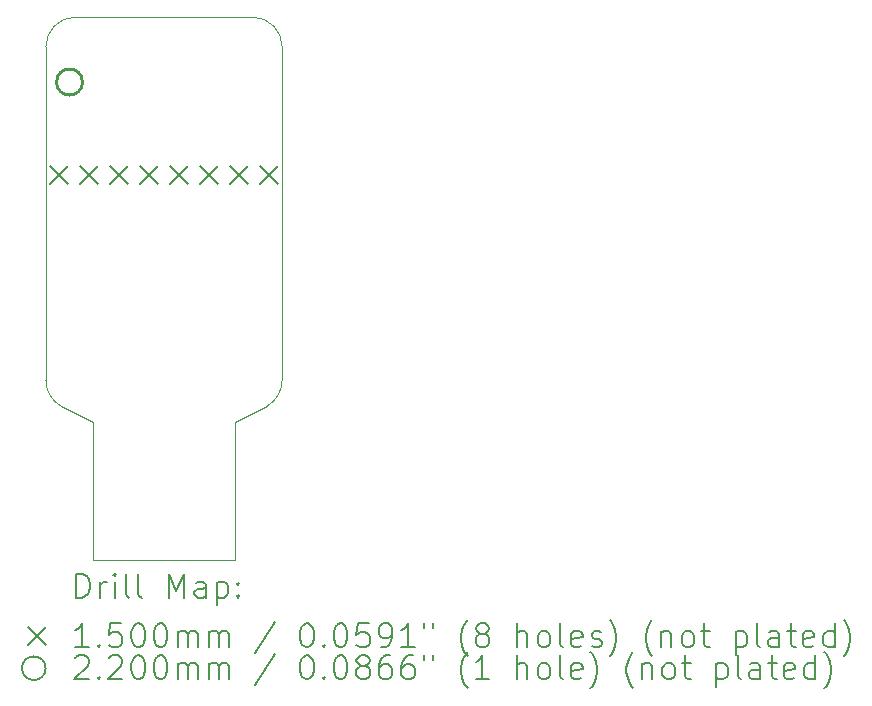
<source format=gbr>
%TF.GenerationSoftware,KiCad,Pcbnew,9.0.2+1*%
%TF.CreationDate,2025-08-04T10:31:02+02:00*%
%TF.ProjectId,ts13_dev_kit,74733133-5f64-4657-965f-6b69742e6b69,rev?*%
%TF.SameCoordinates,Original*%
%TF.FileFunction,Drillmap*%
%TF.FilePolarity,Positive*%
%FSLAX45Y45*%
G04 Gerber Fmt 4.5, Leading zero omitted, Abs format (unit mm)*
G04 Created by KiCad (PCBNEW 9.0.2+1) date 2025-08-04 10:31:02*
%MOMM*%
%LPD*%
G01*
G04 APERTURE LIST*
%ADD10C,0.050000*%
%ADD11C,0.200000*%
%ADD12C,0.150000*%
%ADD13C,0.220000*%
G04 APERTURE END LIST*
D10*
X13750000Y-5000000D02*
X12250000Y-5000000D01*
X13875000Y-8291506D02*
X13600000Y-8425000D01*
X13600000Y-9600000D02*
X13600000Y-8425000D01*
X12400000Y-8425000D02*
X12400000Y-9600000D01*
X12000000Y-5250000D02*
G75*
G02*
X12250000Y-5000000I250000J0D01*
G01*
X12125000Y-8291506D02*
G75*
G02*
X12000000Y-8075000I125000J216506D01*
G01*
X14000000Y-8075000D02*
G75*
G02*
X13875000Y-8291506I-250000J0D01*
G01*
X13750000Y-5000000D02*
G75*
G02*
X14000000Y-5250000I0J-250000D01*
G01*
X12000000Y-5250000D02*
X12000000Y-8075000D01*
X12400000Y-9600000D02*
X13600000Y-9600000D01*
X14000000Y-8075000D02*
X14000000Y-5250000D01*
X12125000Y-8291506D02*
X12400000Y-8425000D01*
D11*
D12*
X12034000Y-6260000D02*
X12184000Y-6410000D01*
X12184000Y-6260000D02*
X12034000Y-6410000D01*
X12288000Y-6260000D02*
X12438000Y-6410000D01*
X12438000Y-6260000D02*
X12288000Y-6410000D01*
X12542000Y-6260000D02*
X12692000Y-6410000D01*
X12692000Y-6260000D02*
X12542000Y-6410000D01*
X12796000Y-6260000D02*
X12946000Y-6410000D01*
X12946000Y-6260000D02*
X12796000Y-6410000D01*
X13050000Y-6260000D02*
X13200000Y-6410000D01*
X13200000Y-6260000D02*
X13050000Y-6410000D01*
X13304000Y-6260000D02*
X13454000Y-6410000D01*
X13454000Y-6260000D02*
X13304000Y-6410000D01*
X13558000Y-6260000D02*
X13708000Y-6410000D01*
X13708000Y-6260000D02*
X13558000Y-6410000D01*
X13812000Y-6260000D02*
X13962000Y-6410000D01*
X13962000Y-6260000D02*
X13812000Y-6410000D01*
D13*
X12310000Y-5550000D02*
G75*
G02*
X12090000Y-5550000I-110000J0D01*
G01*
X12090000Y-5550000D02*
G75*
G02*
X12310000Y-5550000I110000J0D01*
G01*
D11*
X12258277Y-9913984D02*
X12258277Y-9713984D01*
X12258277Y-9713984D02*
X12305896Y-9713984D01*
X12305896Y-9713984D02*
X12334467Y-9723508D01*
X12334467Y-9723508D02*
X12353515Y-9742555D01*
X12353515Y-9742555D02*
X12363039Y-9761603D01*
X12363039Y-9761603D02*
X12372562Y-9799698D01*
X12372562Y-9799698D02*
X12372562Y-9828270D01*
X12372562Y-9828270D02*
X12363039Y-9866365D01*
X12363039Y-9866365D02*
X12353515Y-9885412D01*
X12353515Y-9885412D02*
X12334467Y-9904460D01*
X12334467Y-9904460D02*
X12305896Y-9913984D01*
X12305896Y-9913984D02*
X12258277Y-9913984D01*
X12458277Y-9913984D02*
X12458277Y-9780650D01*
X12458277Y-9818746D02*
X12467801Y-9799698D01*
X12467801Y-9799698D02*
X12477324Y-9790174D01*
X12477324Y-9790174D02*
X12496372Y-9780650D01*
X12496372Y-9780650D02*
X12515420Y-9780650D01*
X12582086Y-9913984D02*
X12582086Y-9780650D01*
X12582086Y-9713984D02*
X12572562Y-9723508D01*
X12572562Y-9723508D02*
X12582086Y-9733031D01*
X12582086Y-9733031D02*
X12591610Y-9723508D01*
X12591610Y-9723508D02*
X12582086Y-9713984D01*
X12582086Y-9713984D02*
X12582086Y-9733031D01*
X12705896Y-9913984D02*
X12686848Y-9904460D01*
X12686848Y-9904460D02*
X12677324Y-9885412D01*
X12677324Y-9885412D02*
X12677324Y-9713984D01*
X12810658Y-9913984D02*
X12791610Y-9904460D01*
X12791610Y-9904460D02*
X12782086Y-9885412D01*
X12782086Y-9885412D02*
X12782086Y-9713984D01*
X13039229Y-9913984D02*
X13039229Y-9713984D01*
X13039229Y-9713984D02*
X13105896Y-9856841D01*
X13105896Y-9856841D02*
X13172562Y-9713984D01*
X13172562Y-9713984D02*
X13172562Y-9913984D01*
X13353515Y-9913984D02*
X13353515Y-9809222D01*
X13353515Y-9809222D02*
X13343991Y-9790174D01*
X13343991Y-9790174D02*
X13324943Y-9780650D01*
X13324943Y-9780650D02*
X13286848Y-9780650D01*
X13286848Y-9780650D02*
X13267801Y-9790174D01*
X13353515Y-9904460D02*
X13334467Y-9913984D01*
X13334467Y-9913984D02*
X13286848Y-9913984D01*
X13286848Y-9913984D02*
X13267801Y-9904460D01*
X13267801Y-9904460D02*
X13258277Y-9885412D01*
X13258277Y-9885412D02*
X13258277Y-9866365D01*
X13258277Y-9866365D02*
X13267801Y-9847317D01*
X13267801Y-9847317D02*
X13286848Y-9837793D01*
X13286848Y-9837793D02*
X13334467Y-9837793D01*
X13334467Y-9837793D02*
X13353515Y-9828270D01*
X13448753Y-9780650D02*
X13448753Y-9980650D01*
X13448753Y-9790174D02*
X13467801Y-9780650D01*
X13467801Y-9780650D02*
X13505896Y-9780650D01*
X13505896Y-9780650D02*
X13524943Y-9790174D01*
X13524943Y-9790174D02*
X13534467Y-9799698D01*
X13534467Y-9799698D02*
X13543991Y-9818746D01*
X13543991Y-9818746D02*
X13543991Y-9875889D01*
X13543991Y-9875889D02*
X13534467Y-9894936D01*
X13534467Y-9894936D02*
X13524943Y-9904460D01*
X13524943Y-9904460D02*
X13505896Y-9913984D01*
X13505896Y-9913984D02*
X13467801Y-9913984D01*
X13467801Y-9913984D02*
X13448753Y-9904460D01*
X13629705Y-9894936D02*
X13639229Y-9904460D01*
X13639229Y-9904460D02*
X13629705Y-9913984D01*
X13629705Y-9913984D02*
X13620182Y-9904460D01*
X13620182Y-9904460D02*
X13629705Y-9894936D01*
X13629705Y-9894936D02*
X13629705Y-9913984D01*
X13629705Y-9790174D02*
X13639229Y-9799698D01*
X13639229Y-9799698D02*
X13629705Y-9809222D01*
X13629705Y-9809222D02*
X13620182Y-9799698D01*
X13620182Y-9799698D02*
X13629705Y-9790174D01*
X13629705Y-9790174D02*
X13629705Y-9809222D01*
D12*
X11847500Y-10167500D02*
X11997500Y-10317500D01*
X11997500Y-10167500D02*
X11847500Y-10317500D01*
D11*
X12363039Y-10333984D02*
X12248753Y-10333984D01*
X12305896Y-10333984D02*
X12305896Y-10133984D01*
X12305896Y-10133984D02*
X12286848Y-10162555D01*
X12286848Y-10162555D02*
X12267801Y-10181603D01*
X12267801Y-10181603D02*
X12248753Y-10191127D01*
X12448753Y-10314936D02*
X12458277Y-10324460D01*
X12458277Y-10324460D02*
X12448753Y-10333984D01*
X12448753Y-10333984D02*
X12439229Y-10324460D01*
X12439229Y-10324460D02*
X12448753Y-10314936D01*
X12448753Y-10314936D02*
X12448753Y-10333984D01*
X12639229Y-10133984D02*
X12543991Y-10133984D01*
X12543991Y-10133984D02*
X12534467Y-10229222D01*
X12534467Y-10229222D02*
X12543991Y-10219698D01*
X12543991Y-10219698D02*
X12563039Y-10210174D01*
X12563039Y-10210174D02*
X12610658Y-10210174D01*
X12610658Y-10210174D02*
X12629705Y-10219698D01*
X12629705Y-10219698D02*
X12639229Y-10229222D01*
X12639229Y-10229222D02*
X12648753Y-10248270D01*
X12648753Y-10248270D02*
X12648753Y-10295889D01*
X12648753Y-10295889D02*
X12639229Y-10314936D01*
X12639229Y-10314936D02*
X12629705Y-10324460D01*
X12629705Y-10324460D02*
X12610658Y-10333984D01*
X12610658Y-10333984D02*
X12563039Y-10333984D01*
X12563039Y-10333984D02*
X12543991Y-10324460D01*
X12543991Y-10324460D02*
X12534467Y-10314936D01*
X12772562Y-10133984D02*
X12791610Y-10133984D01*
X12791610Y-10133984D02*
X12810658Y-10143508D01*
X12810658Y-10143508D02*
X12820182Y-10153031D01*
X12820182Y-10153031D02*
X12829705Y-10172079D01*
X12829705Y-10172079D02*
X12839229Y-10210174D01*
X12839229Y-10210174D02*
X12839229Y-10257793D01*
X12839229Y-10257793D02*
X12829705Y-10295889D01*
X12829705Y-10295889D02*
X12820182Y-10314936D01*
X12820182Y-10314936D02*
X12810658Y-10324460D01*
X12810658Y-10324460D02*
X12791610Y-10333984D01*
X12791610Y-10333984D02*
X12772562Y-10333984D01*
X12772562Y-10333984D02*
X12753515Y-10324460D01*
X12753515Y-10324460D02*
X12743991Y-10314936D01*
X12743991Y-10314936D02*
X12734467Y-10295889D01*
X12734467Y-10295889D02*
X12724943Y-10257793D01*
X12724943Y-10257793D02*
X12724943Y-10210174D01*
X12724943Y-10210174D02*
X12734467Y-10172079D01*
X12734467Y-10172079D02*
X12743991Y-10153031D01*
X12743991Y-10153031D02*
X12753515Y-10143508D01*
X12753515Y-10143508D02*
X12772562Y-10133984D01*
X12963039Y-10133984D02*
X12982086Y-10133984D01*
X12982086Y-10133984D02*
X13001134Y-10143508D01*
X13001134Y-10143508D02*
X13010658Y-10153031D01*
X13010658Y-10153031D02*
X13020182Y-10172079D01*
X13020182Y-10172079D02*
X13029705Y-10210174D01*
X13029705Y-10210174D02*
X13029705Y-10257793D01*
X13029705Y-10257793D02*
X13020182Y-10295889D01*
X13020182Y-10295889D02*
X13010658Y-10314936D01*
X13010658Y-10314936D02*
X13001134Y-10324460D01*
X13001134Y-10324460D02*
X12982086Y-10333984D01*
X12982086Y-10333984D02*
X12963039Y-10333984D01*
X12963039Y-10333984D02*
X12943991Y-10324460D01*
X12943991Y-10324460D02*
X12934467Y-10314936D01*
X12934467Y-10314936D02*
X12924943Y-10295889D01*
X12924943Y-10295889D02*
X12915420Y-10257793D01*
X12915420Y-10257793D02*
X12915420Y-10210174D01*
X12915420Y-10210174D02*
X12924943Y-10172079D01*
X12924943Y-10172079D02*
X12934467Y-10153031D01*
X12934467Y-10153031D02*
X12943991Y-10143508D01*
X12943991Y-10143508D02*
X12963039Y-10133984D01*
X13115420Y-10333984D02*
X13115420Y-10200650D01*
X13115420Y-10219698D02*
X13124943Y-10210174D01*
X13124943Y-10210174D02*
X13143991Y-10200650D01*
X13143991Y-10200650D02*
X13172563Y-10200650D01*
X13172563Y-10200650D02*
X13191610Y-10210174D01*
X13191610Y-10210174D02*
X13201134Y-10229222D01*
X13201134Y-10229222D02*
X13201134Y-10333984D01*
X13201134Y-10229222D02*
X13210658Y-10210174D01*
X13210658Y-10210174D02*
X13229705Y-10200650D01*
X13229705Y-10200650D02*
X13258277Y-10200650D01*
X13258277Y-10200650D02*
X13277324Y-10210174D01*
X13277324Y-10210174D02*
X13286848Y-10229222D01*
X13286848Y-10229222D02*
X13286848Y-10333984D01*
X13382086Y-10333984D02*
X13382086Y-10200650D01*
X13382086Y-10219698D02*
X13391610Y-10210174D01*
X13391610Y-10210174D02*
X13410658Y-10200650D01*
X13410658Y-10200650D02*
X13439229Y-10200650D01*
X13439229Y-10200650D02*
X13458277Y-10210174D01*
X13458277Y-10210174D02*
X13467801Y-10229222D01*
X13467801Y-10229222D02*
X13467801Y-10333984D01*
X13467801Y-10229222D02*
X13477324Y-10210174D01*
X13477324Y-10210174D02*
X13496372Y-10200650D01*
X13496372Y-10200650D02*
X13524943Y-10200650D01*
X13524943Y-10200650D02*
X13543991Y-10210174D01*
X13543991Y-10210174D02*
X13553515Y-10229222D01*
X13553515Y-10229222D02*
X13553515Y-10333984D01*
X13943991Y-10124460D02*
X13772563Y-10381603D01*
X14201134Y-10133984D02*
X14220182Y-10133984D01*
X14220182Y-10133984D02*
X14239229Y-10143508D01*
X14239229Y-10143508D02*
X14248753Y-10153031D01*
X14248753Y-10153031D02*
X14258277Y-10172079D01*
X14258277Y-10172079D02*
X14267801Y-10210174D01*
X14267801Y-10210174D02*
X14267801Y-10257793D01*
X14267801Y-10257793D02*
X14258277Y-10295889D01*
X14258277Y-10295889D02*
X14248753Y-10314936D01*
X14248753Y-10314936D02*
X14239229Y-10324460D01*
X14239229Y-10324460D02*
X14220182Y-10333984D01*
X14220182Y-10333984D02*
X14201134Y-10333984D01*
X14201134Y-10333984D02*
X14182086Y-10324460D01*
X14182086Y-10324460D02*
X14172563Y-10314936D01*
X14172563Y-10314936D02*
X14163039Y-10295889D01*
X14163039Y-10295889D02*
X14153515Y-10257793D01*
X14153515Y-10257793D02*
X14153515Y-10210174D01*
X14153515Y-10210174D02*
X14163039Y-10172079D01*
X14163039Y-10172079D02*
X14172563Y-10153031D01*
X14172563Y-10153031D02*
X14182086Y-10143508D01*
X14182086Y-10143508D02*
X14201134Y-10133984D01*
X14353515Y-10314936D02*
X14363039Y-10324460D01*
X14363039Y-10324460D02*
X14353515Y-10333984D01*
X14353515Y-10333984D02*
X14343991Y-10324460D01*
X14343991Y-10324460D02*
X14353515Y-10314936D01*
X14353515Y-10314936D02*
X14353515Y-10333984D01*
X14486848Y-10133984D02*
X14505896Y-10133984D01*
X14505896Y-10133984D02*
X14524944Y-10143508D01*
X14524944Y-10143508D02*
X14534467Y-10153031D01*
X14534467Y-10153031D02*
X14543991Y-10172079D01*
X14543991Y-10172079D02*
X14553515Y-10210174D01*
X14553515Y-10210174D02*
X14553515Y-10257793D01*
X14553515Y-10257793D02*
X14543991Y-10295889D01*
X14543991Y-10295889D02*
X14534467Y-10314936D01*
X14534467Y-10314936D02*
X14524944Y-10324460D01*
X14524944Y-10324460D02*
X14505896Y-10333984D01*
X14505896Y-10333984D02*
X14486848Y-10333984D01*
X14486848Y-10333984D02*
X14467801Y-10324460D01*
X14467801Y-10324460D02*
X14458277Y-10314936D01*
X14458277Y-10314936D02*
X14448753Y-10295889D01*
X14448753Y-10295889D02*
X14439229Y-10257793D01*
X14439229Y-10257793D02*
X14439229Y-10210174D01*
X14439229Y-10210174D02*
X14448753Y-10172079D01*
X14448753Y-10172079D02*
X14458277Y-10153031D01*
X14458277Y-10153031D02*
X14467801Y-10143508D01*
X14467801Y-10143508D02*
X14486848Y-10133984D01*
X14734467Y-10133984D02*
X14639229Y-10133984D01*
X14639229Y-10133984D02*
X14629706Y-10229222D01*
X14629706Y-10229222D02*
X14639229Y-10219698D01*
X14639229Y-10219698D02*
X14658277Y-10210174D01*
X14658277Y-10210174D02*
X14705896Y-10210174D01*
X14705896Y-10210174D02*
X14724944Y-10219698D01*
X14724944Y-10219698D02*
X14734467Y-10229222D01*
X14734467Y-10229222D02*
X14743991Y-10248270D01*
X14743991Y-10248270D02*
X14743991Y-10295889D01*
X14743991Y-10295889D02*
X14734467Y-10314936D01*
X14734467Y-10314936D02*
X14724944Y-10324460D01*
X14724944Y-10324460D02*
X14705896Y-10333984D01*
X14705896Y-10333984D02*
X14658277Y-10333984D01*
X14658277Y-10333984D02*
X14639229Y-10324460D01*
X14639229Y-10324460D02*
X14629706Y-10314936D01*
X14839229Y-10333984D02*
X14877325Y-10333984D01*
X14877325Y-10333984D02*
X14896372Y-10324460D01*
X14896372Y-10324460D02*
X14905896Y-10314936D01*
X14905896Y-10314936D02*
X14924944Y-10286365D01*
X14924944Y-10286365D02*
X14934467Y-10248270D01*
X14934467Y-10248270D02*
X14934467Y-10172079D01*
X14934467Y-10172079D02*
X14924944Y-10153031D01*
X14924944Y-10153031D02*
X14915420Y-10143508D01*
X14915420Y-10143508D02*
X14896372Y-10133984D01*
X14896372Y-10133984D02*
X14858277Y-10133984D01*
X14858277Y-10133984D02*
X14839229Y-10143508D01*
X14839229Y-10143508D02*
X14829706Y-10153031D01*
X14829706Y-10153031D02*
X14820182Y-10172079D01*
X14820182Y-10172079D02*
X14820182Y-10219698D01*
X14820182Y-10219698D02*
X14829706Y-10238746D01*
X14829706Y-10238746D02*
X14839229Y-10248270D01*
X14839229Y-10248270D02*
X14858277Y-10257793D01*
X14858277Y-10257793D02*
X14896372Y-10257793D01*
X14896372Y-10257793D02*
X14915420Y-10248270D01*
X14915420Y-10248270D02*
X14924944Y-10238746D01*
X14924944Y-10238746D02*
X14934467Y-10219698D01*
X15124944Y-10333984D02*
X15010658Y-10333984D01*
X15067801Y-10333984D02*
X15067801Y-10133984D01*
X15067801Y-10133984D02*
X15048753Y-10162555D01*
X15048753Y-10162555D02*
X15029706Y-10181603D01*
X15029706Y-10181603D02*
X15010658Y-10191127D01*
X15201134Y-10133984D02*
X15201134Y-10172079D01*
X15277325Y-10133984D02*
X15277325Y-10172079D01*
X15572563Y-10410174D02*
X15563039Y-10400650D01*
X15563039Y-10400650D02*
X15543991Y-10372079D01*
X15543991Y-10372079D02*
X15534468Y-10353031D01*
X15534468Y-10353031D02*
X15524944Y-10324460D01*
X15524944Y-10324460D02*
X15515420Y-10276841D01*
X15515420Y-10276841D02*
X15515420Y-10238746D01*
X15515420Y-10238746D02*
X15524944Y-10191127D01*
X15524944Y-10191127D02*
X15534468Y-10162555D01*
X15534468Y-10162555D02*
X15543991Y-10143508D01*
X15543991Y-10143508D02*
X15563039Y-10114936D01*
X15563039Y-10114936D02*
X15572563Y-10105412D01*
X15677325Y-10219698D02*
X15658277Y-10210174D01*
X15658277Y-10210174D02*
X15648753Y-10200650D01*
X15648753Y-10200650D02*
X15639229Y-10181603D01*
X15639229Y-10181603D02*
X15639229Y-10172079D01*
X15639229Y-10172079D02*
X15648753Y-10153031D01*
X15648753Y-10153031D02*
X15658277Y-10143508D01*
X15658277Y-10143508D02*
X15677325Y-10133984D01*
X15677325Y-10133984D02*
X15715420Y-10133984D01*
X15715420Y-10133984D02*
X15734468Y-10143508D01*
X15734468Y-10143508D02*
X15743991Y-10153031D01*
X15743991Y-10153031D02*
X15753515Y-10172079D01*
X15753515Y-10172079D02*
X15753515Y-10181603D01*
X15753515Y-10181603D02*
X15743991Y-10200650D01*
X15743991Y-10200650D02*
X15734468Y-10210174D01*
X15734468Y-10210174D02*
X15715420Y-10219698D01*
X15715420Y-10219698D02*
X15677325Y-10219698D01*
X15677325Y-10219698D02*
X15658277Y-10229222D01*
X15658277Y-10229222D02*
X15648753Y-10238746D01*
X15648753Y-10238746D02*
X15639229Y-10257793D01*
X15639229Y-10257793D02*
X15639229Y-10295889D01*
X15639229Y-10295889D02*
X15648753Y-10314936D01*
X15648753Y-10314936D02*
X15658277Y-10324460D01*
X15658277Y-10324460D02*
X15677325Y-10333984D01*
X15677325Y-10333984D02*
X15715420Y-10333984D01*
X15715420Y-10333984D02*
X15734468Y-10324460D01*
X15734468Y-10324460D02*
X15743991Y-10314936D01*
X15743991Y-10314936D02*
X15753515Y-10295889D01*
X15753515Y-10295889D02*
X15753515Y-10257793D01*
X15753515Y-10257793D02*
X15743991Y-10238746D01*
X15743991Y-10238746D02*
X15734468Y-10229222D01*
X15734468Y-10229222D02*
X15715420Y-10219698D01*
X15991610Y-10333984D02*
X15991610Y-10133984D01*
X16077325Y-10333984D02*
X16077325Y-10229222D01*
X16077325Y-10229222D02*
X16067801Y-10210174D01*
X16067801Y-10210174D02*
X16048753Y-10200650D01*
X16048753Y-10200650D02*
X16020182Y-10200650D01*
X16020182Y-10200650D02*
X16001134Y-10210174D01*
X16001134Y-10210174D02*
X15991610Y-10219698D01*
X16201134Y-10333984D02*
X16182087Y-10324460D01*
X16182087Y-10324460D02*
X16172563Y-10314936D01*
X16172563Y-10314936D02*
X16163039Y-10295889D01*
X16163039Y-10295889D02*
X16163039Y-10238746D01*
X16163039Y-10238746D02*
X16172563Y-10219698D01*
X16172563Y-10219698D02*
X16182087Y-10210174D01*
X16182087Y-10210174D02*
X16201134Y-10200650D01*
X16201134Y-10200650D02*
X16229706Y-10200650D01*
X16229706Y-10200650D02*
X16248753Y-10210174D01*
X16248753Y-10210174D02*
X16258277Y-10219698D01*
X16258277Y-10219698D02*
X16267801Y-10238746D01*
X16267801Y-10238746D02*
X16267801Y-10295889D01*
X16267801Y-10295889D02*
X16258277Y-10314936D01*
X16258277Y-10314936D02*
X16248753Y-10324460D01*
X16248753Y-10324460D02*
X16229706Y-10333984D01*
X16229706Y-10333984D02*
X16201134Y-10333984D01*
X16382087Y-10333984D02*
X16363039Y-10324460D01*
X16363039Y-10324460D02*
X16353515Y-10305412D01*
X16353515Y-10305412D02*
X16353515Y-10133984D01*
X16534468Y-10324460D02*
X16515420Y-10333984D01*
X16515420Y-10333984D02*
X16477325Y-10333984D01*
X16477325Y-10333984D02*
X16458277Y-10324460D01*
X16458277Y-10324460D02*
X16448753Y-10305412D01*
X16448753Y-10305412D02*
X16448753Y-10229222D01*
X16448753Y-10229222D02*
X16458277Y-10210174D01*
X16458277Y-10210174D02*
X16477325Y-10200650D01*
X16477325Y-10200650D02*
X16515420Y-10200650D01*
X16515420Y-10200650D02*
X16534468Y-10210174D01*
X16534468Y-10210174D02*
X16543991Y-10229222D01*
X16543991Y-10229222D02*
X16543991Y-10248270D01*
X16543991Y-10248270D02*
X16448753Y-10267317D01*
X16620182Y-10324460D02*
X16639230Y-10333984D01*
X16639230Y-10333984D02*
X16677325Y-10333984D01*
X16677325Y-10333984D02*
X16696372Y-10324460D01*
X16696372Y-10324460D02*
X16705896Y-10305412D01*
X16705896Y-10305412D02*
X16705896Y-10295889D01*
X16705896Y-10295889D02*
X16696372Y-10276841D01*
X16696372Y-10276841D02*
X16677325Y-10267317D01*
X16677325Y-10267317D02*
X16648753Y-10267317D01*
X16648753Y-10267317D02*
X16629706Y-10257793D01*
X16629706Y-10257793D02*
X16620182Y-10238746D01*
X16620182Y-10238746D02*
X16620182Y-10229222D01*
X16620182Y-10229222D02*
X16629706Y-10210174D01*
X16629706Y-10210174D02*
X16648753Y-10200650D01*
X16648753Y-10200650D02*
X16677325Y-10200650D01*
X16677325Y-10200650D02*
X16696372Y-10210174D01*
X16772563Y-10410174D02*
X16782087Y-10400650D01*
X16782087Y-10400650D02*
X16801134Y-10372079D01*
X16801134Y-10372079D02*
X16810658Y-10353031D01*
X16810658Y-10353031D02*
X16820182Y-10324460D01*
X16820182Y-10324460D02*
X16829706Y-10276841D01*
X16829706Y-10276841D02*
X16829706Y-10238746D01*
X16829706Y-10238746D02*
X16820182Y-10191127D01*
X16820182Y-10191127D02*
X16810658Y-10162555D01*
X16810658Y-10162555D02*
X16801134Y-10143508D01*
X16801134Y-10143508D02*
X16782087Y-10114936D01*
X16782087Y-10114936D02*
X16772563Y-10105412D01*
X17134468Y-10410174D02*
X17124944Y-10400650D01*
X17124944Y-10400650D02*
X17105896Y-10372079D01*
X17105896Y-10372079D02*
X17096373Y-10353031D01*
X17096373Y-10353031D02*
X17086849Y-10324460D01*
X17086849Y-10324460D02*
X17077325Y-10276841D01*
X17077325Y-10276841D02*
X17077325Y-10238746D01*
X17077325Y-10238746D02*
X17086849Y-10191127D01*
X17086849Y-10191127D02*
X17096373Y-10162555D01*
X17096373Y-10162555D02*
X17105896Y-10143508D01*
X17105896Y-10143508D02*
X17124944Y-10114936D01*
X17124944Y-10114936D02*
X17134468Y-10105412D01*
X17210658Y-10200650D02*
X17210658Y-10333984D01*
X17210658Y-10219698D02*
X17220182Y-10210174D01*
X17220182Y-10210174D02*
X17239230Y-10200650D01*
X17239230Y-10200650D02*
X17267801Y-10200650D01*
X17267801Y-10200650D02*
X17286849Y-10210174D01*
X17286849Y-10210174D02*
X17296373Y-10229222D01*
X17296373Y-10229222D02*
X17296373Y-10333984D01*
X17420182Y-10333984D02*
X17401134Y-10324460D01*
X17401134Y-10324460D02*
X17391611Y-10314936D01*
X17391611Y-10314936D02*
X17382087Y-10295889D01*
X17382087Y-10295889D02*
X17382087Y-10238746D01*
X17382087Y-10238746D02*
X17391611Y-10219698D01*
X17391611Y-10219698D02*
X17401134Y-10210174D01*
X17401134Y-10210174D02*
X17420182Y-10200650D01*
X17420182Y-10200650D02*
X17448754Y-10200650D01*
X17448754Y-10200650D02*
X17467801Y-10210174D01*
X17467801Y-10210174D02*
X17477325Y-10219698D01*
X17477325Y-10219698D02*
X17486849Y-10238746D01*
X17486849Y-10238746D02*
X17486849Y-10295889D01*
X17486849Y-10295889D02*
X17477325Y-10314936D01*
X17477325Y-10314936D02*
X17467801Y-10324460D01*
X17467801Y-10324460D02*
X17448754Y-10333984D01*
X17448754Y-10333984D02*
X17420182Y-10333984D01*
X17543992Y-10200650D02*
X17620182Y-10200650D01*
X17572563Y-10133984D02*
X17572563Y-10305412D01*
X17572563Y-10305412D02*
X17582087Y-10324460D01*
X17582087Y-10324460D02*
X17601134Y-10333984D01*
X17601134Y-10333984D02*
X17620182Y-10333984D01*
X17839230Y-10200650D02*
X17839230Y-10400650D01*
X17839230Y-10210174D02*
X17858277Y-10200650D01*
X17858277Y-10200650D02*
X17896373Y-10200650D01*
X17896373Y-10200650D02*
X17915420Y-10210174D01*
X17915420Y-10210174D02*
X17924944Y-10219698D01*
X17924944Y-10219698D02*
X17934468Y-10238746D01*
X17934468Y-10238746D02*
X17934468Y-10295889D01*
X17934468Y-10295889D02*
X17924944Y-10314936D01*
X17924944Y-10314936D02*
X17915420Y-10324460D01*
X17915420Y-10324460D02*
X17896373Y-10333984D01*
X17896373Y-10333984D02*
X17858277Y-10333984D01*
X17858277Y-10333984D02*
X17839230Y-10324460D01*
X18048754Y-10333984D02*
X18029706Y-10324460D01*
X18029706Y-10324460D02*
X18020182Y-10305412D01*
X18020182Y-10305412D02*
X18020182Y-10133984D01*
X18210658Y-10333984D02*
X18210658Y-10229222D01*
X18210658Y-10229222D02*
X18201135Y-10210174D01*
X18201135Y-10210174D02*
X18182087Y-10200650D01*
X18182087Y-10200650D02*
X18143992Y-10200650D01*
X18143992Y-10200650D02*
X18124944Y-10210174D01*
X18210658Y-10324460D02*
X18191611Y-10333984D01*
X18191611Y-10333984D02*
X18143992Y-10333984D01*
X18143992Y-10333984D02*
X18124944Y-10324460D01*
X18124944Y-10324460D02*
X18115420Y-10305412D01*
X18115420Y-10305412D02*
X18115420Y-10286365D01*
X18115420Y-10286365D02*
X18124944Y-10267317D01*
X18124944Y-10267317D02*
X18143992Y-10257793D01*
X18143992Y-10257793D02*
X18191611Y-10257793D01*
X18191611Y-10257793D02*
X18210658Y-10248270D01*
X18277325Y-10200650D02*
X18353515Y-10200650D01*
X18305896Y-10133984D02*
X18305896Y-10305412D01*
X18305896Y-10305412D02*
X18315420Y-10324460D01*
X18315420Y-10324460D02*
X18334468Y-10333984D01*
X18334468Y-10333984D02*
X18353515Y-10333984D01*
X18496373Y-10324460D02*
X18477325Y-10333984D01*
X18477325Y-10333984D02*
X18439230Y-10333984D01*
X18439230Y-10333984D02*
X18420182Y-10324460D01*
X18420182Y-10324460D02*
X18410658Y-10305412D01*
X18410658Y-10305412D02*
X18410658Y-10229222D01*
X18410658Y-10229222D02*
X18420182Y-10210174D01*
X18420182Y-10210174D02*
X18439230Y-10200650D01*
X18439230Y-10200650D02*
X18477325Y-10200650D01*
X18477325Y-10200650D02*
X18496373Y-10210174D01*
X18496373Y-10210174D02*
X18505896Y-10229222D01*
X18505896Y-10229222D02*
X18505896Y-10248270D01*
X18505896Y-10248270D02*
X18410658Y-10267317D01*
X18677325Y-10333984D02*
X18677325Y-10133984D01*
X18677325Y-10324460D02*
X18658277Y-10333984D01*
X18658277Y-10333984D02*
X18620182Y-10333984D01*
X18620182Y-10333984D02*
X18601135Y-10324460D01*
X18601135Y-10324460D02*
X18591611Y-10314936D01*
X18591611Y-10314936D02*
X18582087Y-10295889D01*
X18582087Y-10295889D02*
X18582087Y-10238746D01*
X18582087Y-10238746D02*
X18591611Y-10219698D01*
X18591611Y-10219698D02*
X18601135Y-10210174D01*
X18601135Y-10210174D02*
X18620182Y-10200650D01*
X18620182Y-10200650D02*
X18658277Y-10200650D01*
X18658277Y-10200650D02*
X18677325Y-10210174D01*
X18753516Y-10410174D02*
X18763039Y-10400650D01*
X18763039Y-10400650D02*
X18782087Y-10372079D01*
X18782087Y-10372079D02*
X18791611Y-10353031D01*
X18791611Y-10353031D02*
X18801135Y-10324460D01*
X18801135Y-10324460D02*
X18810658Y-10276841D01*
X18810658Y-10276841D02*
X18810658Y-10238746D01*
X18810658Y-10238746D02*
X18801135Y-10191127D01*
X18801135Y-10191127D02*
X18791611Y-10162555D01*
X18791611Y-10162555D02*
X18782087Y-10143508D01*
X18782087Y-10143508D02*
X18763039Y-10114936D01*
X18763039Y-10114936D02*
X18753516Y-10105412D01*
X11997500Y-10512500D02*
G75*
G02*
X11797500Y-10512500I-100000J0D01*
G01*
X11797500Y-10512500D02*
G75*
G02*
X11997500Y-10512500I100000J0D01*
G01*
X12248753Y-10423031D02*
X12258277Y-10413508D01*
X12258277Y-10413508D02*
X12277324Y-10403984D01*
X12277324Y-10403984D02*
X12324943Y-10403984D01*
X12324943Y-10403984D02*
X12343991Y-10413508D01*
X12343991Y-10413508D02*
X12353515Y-10423031D01*
X12353515Y-10423031D02*
X12363039Y-10442079D01*
X12363039Y-10442079D02*
X12363039Y-10461127D01*
X12363039Y-10461127D02*
X12353515Y-10489698D01*
X12353515Y-10489698D02*
X12239229Y-10603984D01*
X12239229Y-10603984D02*
X12363039Y-10603984D01*
X12448753Y-10584936D02*
X12458277Y-10594460D01*
X12458277Y-10594460D02*
X12448753Y-10603984D01*
X12448753Y-10603984D02*
X12439229Y-10594460D01*
X12439229Y-10594460D02*
X12448753Y-10584936D01*
X12448753Y-10584936D02*
X12448753Y-10603984D01*
X12534467Y-10423031D02*
X12543991Y-10413508D01*
X12543991Y-10413508D02*
X12563039Y-10403984D01*
X12563039Y-10403984D02*
X12610658Y-10403984D01*
X12610658Y-10403984D02*
X12629705Y-10413508D01*
X12629705Y-10413508D02*
X12639229Y-10423031D01*
X12639229Y-10423031D02*
X12648753Y-10442079D01*
X12648753Y-10442079D02*
X12648753Y-10461127D01*
X12648753Y-10461127D02*
X12639229Y-10489698D01*
X12639229Y-10489698D02*
X12524943Y-10603984D01*
X12524943Y-10603984D02*
X12648753Y-10603984D01*
X12772562Y-10403984D02*
X12791610Y-10403984D01*
X12791610Y-10403984D02*
X12810658Y-10413508D01*
X12810658Y-10413508D02*
X12820182Y-10423031D01*
X12820182Y-10423031D02*
X12829705Y-10442079D01*
X12829705Y-10442079D02*
X12839229Y-10480174D01*
X12839229Y-10480174D02*
X12839229Y-10527793D01*
X12839229Y-10527793D02*
X12829705Y-10565889D01*
X12829705Y-10565889D02*
X12820182Y-10584936D01*
X12820182Y-10584936D02*
X12810658Y-10594460D01*
X12810658Y-10594460D02*
X12791610Y-10603984D01*
X12791610Y-10603984D02*
X12772562Y-10603984D01*
X12772562Y-10603984D02*
X12753515Y-10594460D01*
X12753515Y-10594460D02*
X12743991Y-10584936D01*
X12743991Y-10584936D02*
X12734467Y-10565889D01*
X12734467Y-10565889D02*
X12724943Y-10527793D01*
X12724943Y-10527793D02*
X12724943Y-10480174D01*
X12724943Y-10480174D02*
X12734467Y-10442079D01*
X12734467Y-10442079D02*
X12743991Y-10423031D01*
X12743991Y-10423031D02*
X12753515Y-10413508D01*
X12753515Y-10413508D02*
X12772562Y-10403984D01*
X12963039Y-10403984D02*
X12982086Y-10403984D01*
X12982086Y-10403984D02*
X13001134Y-10413508D01*
X13001134Y-10413508D02*
X13010658Y-10423031D01*
X13010658Y-10423031D02*
X13020182Y-10442079D01*
X13020182Y-10442079D02*
X13029705Y-10480174D01*
X13029705Y-10480174D02*
X13029705Y-10527793D01*
X13029705Y-10527793D02*
X13020182Y-10565889D01*
X13020182Y-10565889D02*
X13010658Y-10584936D01*
X13010658Y-10584936D02*
X13001134Y-10594460D01*
X13001134Y-10594460D02*
X12982086Y-10603984D01*
X12982086Y-10603984D02*
X12963039Y-10603984D01*
X12963039Y-10603984D02*
X12943991Y-10594460D01*
X12943991Y-10594460D02*
X12934467Y-10584936D01*
X12934467Y-10584936D02*
X12924943Y-10565889D01*
X12924943Y-10565889D02*
X12915420Y-10527793D01*
X12915420Y-10527793D02*
X12915420Y-10480174D01*
X12915420Y-10480174D02*
X12924943Y-10442079D01*
X12924943Y-10442079D02*
X12934467Y-10423031D01*
X12934467Y-10423031D02*
X12943991Y-10413508D01*
X12943991Y-10413508D02*
X12963039Y-10403984D01*
X13115420Y-10603984D02*
X13115420Y-10470650D01*
X13115420Y-10489698D02*
X13124943Y-10480174D01*
X13124943Y-10480174D02*
X13143991Y-10470650D01*
X13143991Y-10470650D02*
X13172563Y-10470650D01*
X13172563Y-10470650D02*
X13191610Y-10480174D01*
X13191610Y-10480174D02*
X13201134Y-10499222D01*
X13201134Y-10499222D02*
X13201134Y-10603984D01*
X13201134Y-10499222D02*
X13210658Y-10480174D01*
X13210658Y-10480174D02*
X13229705Y-10470650D01*
X13229705Y-10470650D02*
X13258277Y-10470650D01*
X13258277Y-10470650D02*
X13277324Y-10480174D01*
X13277324Y-10480174D02*
X13286848Y-10499222D01*
X13286848Y-10499222D02*
X13286848Y-10603984D01*
X13382086Y-10603984D02*
X13382086Y-10470650D01*
X13382086Y-10489698D02*
X13391610Y-10480174D01*
X13391610Y-10480174D02*
X13410658Y-10470650D01*
X13410658Y-10470650D02*
X13439229Y-10470650D01*
X13439229Y-10470650D02*
X13458277Y-10480174D01*
X13458277Y-10480174D02*
X13467801Y-10499222D01*
X13467801Y-10499222D02*
X13467801Y-10603984D01*
X13467801Y-10499222D02*
X13477324Y-10480174D01*
X13477324Y-10480174D02*
X13496372Y-10470650D01*
X13496372Y-10470650D02*
X13524943Y-10470650D01*
X13524943Y-10470650D02*
X13543991Y-10480174D01*
X13543991Y-10480174D02*
X13553515Y-10499222D01*
X13553515Y-10499222D02*
X13553515Y-10603984D01*
X13943991Y-10394460D02*
X13772563Y-10651603D01*
X14201134Y-10403984D02*
X14220182Y-10403984D01*
X14220182Y-10403984D02*
X14239229Y-10413508D01*
X14239229Y-10413508D02*
X14248753Y-10423031D01*
X14248753Y-10423031D02*
X14258277Y-10442079D01*
X14258277Y-10442079D02*
X14267801Y-10480174D01*
X14267801Y-10480174D02*
X14267801Y-10527793D01*
X14267801Y-10527793D02*
X14258277Y-10565889D01*
X14258277Y-10565889D02*
X14248753Y-10584936D01*
X14248753Y-10584936D02*
X14239229Y-10594460D01*
X14239229Y-10594460D02*
X14220182Y-10603984D01*
X14220182Y-10603984D02*
X14201134Y-10603984D01*
X14201134Y-10603984D02*
X14182086Y-10594460D01*
X14182086Y-10594460D02*
X14172563Y-10584936D01*
X14172563Y-10584936D02*
X14163039Y-10565889D01*
X14163039Y-10565889D02*
X14153515Y-10527793D01*
X14153515Y-10527793D02*
X14153515Y-10480174D01*
X14153515Y-10480174D02*
X14163039Y-10442079D01*
X14163039Y-10442079D02*
X14172563Y-10423031D01*
X14172563Y-10423031D02*
X14182086Y-10413508D01*
X14182086Y-10413508D02*
X14201134Y-10403984D01*
X14353515Y-10584936D02*
X14363039Y-10594460D01*
X14363039Y-10594460D02*
X14353515Y-10603984D01*
X14353515Y-10603984D02*
X14343991Y-10594460D01*
X14343991Y-10594460D02*
X14353515Y-10584936D01*
X14353515Y-10584936D02*
X14353515Y-10603984D01*
X14486848Y-10403984D02*
X14505896Y-10403984D01*
X14505896Y-10403984D02*
X14524944Y-10413508D01*
X14524944Y-10413508D02*
X14534467Y-10423031D01*
X14534467Y-10423031D02*
X14543991Y-10442079D01*
X14543991Y-10442079D02*
X14553515Y-10480174D01*
X14553515Y-10480174D02*
X14553515Y-10527793D01*
X14553515Y-10527793D02*
X14543991Y-10565889D01*
X14543991Y-10565889D02*
X14534467Y-10584936D01*
X14534467Y-10584936D02*
X14524944Y-10594460D01*
X14524944Y-10594460D02*
X14505896Y-10603984D01*
X14505896Y-10603984D02*
X14486848Y-10603984D01*
X14486848Y-10603984D02*
X14467801Y-10594460D01*
X14467801Y-10594460D02*
X14458277Y-10584936D01*
X14458277Y-10584936D02*
X14448753Y-10565889D01*
X14448753Y-10565889D02*
X14439229Y-10527793D01*
X14439229Y-10527793D02*
X14439229Y-10480174D01*
X14439229Y-10480174D02*
X14448753Y-10442079D01*
X14448753Y-10442079D02*
X14458277Y-10423031D01*
X14458277Y-10423031D02*
X14467801Y-10413508D01*
X14467801Y-10413508D02*
X14486848Y-10403984D01*
X14667801Y-10489698D02*
X14648753Y-10480174D01*
X14648753Y-10480174D02*
X14639229Y-10470650D01*
X14639229Y-10470650D02*
X14629706Y-10451603D01*
X14629706Y-10451603D02*
X14629706Y-10442079D01*
X14629706Y-10442079D02*
X14639229Y-10423031D01*
X14639229Y-10423031D02*
X14648753Y-10413508D01*
X14648753Y-10413508D02*
X14667801Y-10403984D01*
X14667801Y-10403984D02*
X14705896Y-10403984D01*
X14705896Y-10403984D02*
X14724944Y-10413508D01*
X14724944Y-10413508D02*
X14734467Y-10423031D01*
X14734467Y-10423031D02*
X14743991Y-10442079D01*
X14743991Y-10442079D02*
X14743991Y-10451603D01*
X14743991Y-10451603D02*
X14734467Y-10470650D01*
X14734467Y-10470650D02*
X14724944Y-10480174D01*
X14724944Y-10480174D02*
X14705896Y-10489698D01*
X14705896Y-10489698D02*
X14667801Y-10489698D01*
X14667801Y-10489698D02*
X14648753Y-10499222D01*
X14648753Y-10499222D02*
X14639229Y-10508746D01*
X14639229Y-10508746D02*
X14629706Y-10527793D01*
X14629706Y-10527793D02*
X14629706Y-10565889D01*
X14629706Y-10565889D02*
X14639229Y-10584936D01*
X14639229Y-10584936D02*
X14648753Y-10594460D01*
X14648753Y-10594460D02*
X14667801Y-10603984D01*
X14667801Y-10603984D02*
X14705896Y-10603984D01*
X14705896Y-10603984D02*
X14724944Y-10594460D01*
X14724944Y-10594460D02*
X14734467Y-10584936D01*
X14734467Y-10584936D02*
X14743991Y-10565889D01*
X14743991Y-10565889D02*
X14743991Y-10527793D01*
X14743991Y-10527793D02*
X14734467Y-10508746D01*
X14734467Y-10508746D02*
X14724944Y-10499222D01*
X14724944Y-10499222D02*
X14705896Y-10489698D01*
X14915420Y-10403984D02*
X14877325Y-10403984D01*
X14877325Y-10403984D02*
X14858277Y-10413508D01*
X14858277Y-10413508D02*
X14848753Y-10423031D01*
X14848753Y-10423031D02*
X14829706Y-10451603D01*
X14829706Y-10451603D02*
X14820182Y-10489698D01*
X14820182Y-10489698D02*
X14820182Y-10565889D01*
X14820182Y-10565889D02*
X14829706Y-10584936D01*
X14829706Y-10584936D02*
X14839229Y-10594460D01*
X14839229Y-10594460D02*
X14858277Y-10603984D01*
X14858277Y-10603984D02*
X14896372Y-10603984D01*
X14896372Y-10603984D02*
X14915420Y-10594460D01*
X14915420Y-10594460D02*
X14924944Y-10584936D01*
X14924944Y-10584936D02*
X14934467Y-10565889D01*
X14934467Y-10565889D02*
X14934467Y-10518270D01*
X14934467Y-10518270D02*
X14924944Y-10499222D01*
X14924944Y-10499222D02*
X14915420Y-10489698D01*
X14915420Y-10489698D02*
X14896372Y-10480174D01*
X14896372Y-10480174D02*
X14858277Y-10480174D01*
X14858277Y-10480174D02*
X14839229Y-10489698D01*
X14839229Y-10489698D02*
X14829706Y-10499222D01*
X14829706Y-10499222D02*
X14820182Y-10518270D01*
X15105896Y-10403984D02*
X15067801Y-10403984D01*
X15067801Y-10403984D02*
X15048753Y-10413508D01*
X15048753Y-10413508D02*
X15039229Y-10423031D01*
X15039229Y-10423031D02*
X15020182Y-10451603D01*
X15020182Y-10451603D02*
X15010658Y-10489698D01*
X15010658Y-10489698D02*
X15010658Y-10565889D01*
X15010658Y-10565889D02*
X15020182Y-10584936D01*
X15020182Y-10584936D02*
X15029706Y-10594460D01*
X15029706Y-10594460D02*
X15048753Y-10603984D01*
X15048753Y-10603984D02*
X15086848Y-10603984D01*
X15086848Y-10603984D02*
X15105896Y-10594460D01*
X15105896Y-10594460D02*
X15115420Y-10584936D01*
X15115420Y-10584936D02*
X15124944Y-10565889D01*
X15124944Y-10565889D02*
X15124944Y-10518270D01*
X15124944Y-10518270D02*
X15115420Y-10499222D01*
X15115420Y-10499222D02*
X15105896Y-10489698D01*
X15105896Y-10489698D02*
X15086848Y-10480174D01*
X15086848Y-10480174D02*
X15048753Y-10480174D01*
X15048753Y-10480174D02*
X15029706Y-10489698D01*
X15029706Y-10489698D02*
X15020182Y-10499222D01*
X15020182Y-10499222D02*
X15010658Y-10518270D01*
X15201134Y-10403984D02*
X15201134Y-10442079D01*
X15277325Y-10403984D02*
X15277325Y-10442079D01*
X15572563Y-10680174D02*
X15563039Y-10670650D01*
X15563039Y-10670650D02*
X15543991Y-10642079D01*
X15543991Y-10642079D02*
X15534468Y-10623031D01*
X15534468Y-10623031D02*
X15524944Y-10594460D01*
X15524944Y-10594460D02*
X15515420Y-10546841D01*
X15515420Y-10546841D02*
X15515420Y-10508746D01*
X15515420Y-10508746D02*
X15524944Y-10461127D01*
X15524944Y-10461127D02*
X15534468Y-10432555D01*
X15534468Y-10432555D02*
X15543991Y-10413508D01*
X15543991Y-10413508D02*
X15563039Y-10384936D01*
X15563039Y-10384936D02*
X15572563Y-10375412D01*
X15753515Y-10603984D02*
X15639229Y-10603984D01*
X15696372Y-10603984D02*
X15696372Y-10403984D01*
X15696372Y-10403984D02*
X15677325Y-10432555D01*
X15677325Y-10432555D02*
X15658277Y-10451603D01*
X15658277Y-10451603D02*
X15639229Y-10461127D01*
X15991610Y-10603984D02*
X15991610Y-10403984D01*
X16077325Y-10603984D02*
X16077325Y-10499222D01*
X16077325Y-10499222D02*
X16067801Y-10480174D01*
X16067801Y-10480174D02*
X16048753Y-10470650D01*
X16048753Y-10470650D02*
X16020182Y-10470650D01*
X16020182Y-10470650D02*
X16001134Y-10480174D01*
X16001134Y-10480174D02*
X15991610Y-10489698D01*
X16201134Y-10603984D02*
X16182087Y-10594460D01*
X16182087Y-10594460D02*
X16172563Y-10584936D01*
X16172563Y-10584936D02*
X16163039Y-10565889D01*
X16163039Y-10565889D02*
X16163039Y-10508746D01*
X16163039Y-10508746D02*
X16172563Y-10489698D01*
X16172563Y-10489698D02*
X16182087Y-10480174D01*
X16182087Y-10480174D02*
X16201134Y-10470650D01*
X16201134Y-10470650D02*
X16229706Y-10470650D01*
X16229706Y-10470650D02*
X16248753Y-10480174D01*
X16248753Y-10480174D02*
X16258277Y-10489698D01*
X16258277Y-10489698D02*
X16267801Y-10508746D01*
X16267801Y-10508746D02*
X16267801Y-10565889D01*
X16267801Y-10565889D02*
X16258277Y-10584936D01*
X16258277Y-10584936D02*
X16248753Y-10594460D01*
X16248753Y-10594460D02*
X16229706Y-10603984D01*
X16229706Y-10603984D02*
X16201134Y-10603984D01*
X16382087Y-10603984D02*
X16363039Y-10594460D01*
X16363039Y-10594460D02*
X16353515Y-10575412D01*
X16353515Y-10575412D02*
X16353515Y-10403984D01*
X16534468Y-10594460D02*
X16515420Y-10603984D01*
X16515420Y-10603984D02*
X16477325Y-10603984D01*
X16477325Y-10603984D02*
X16458277Y-10594460D01*
X16458277Y-10594460D02*
X16448753Y-10575412D01*
X16448753Y-10575412D02*
X16448753Y-10499222D01*
X16448753Y-10499222D02*
X16458277Y-10480174D01*
X16458277Y-10480174D02*
X16477325Y-10470650D01*
X16477325Y-10470650D02*
X16515420Y-10470650D01*
X16515420Y-10470650D02*
X16534468Y-10480174D01*
X16534468Y-10480174D02*
X16543991Y-10499222D01*
X16543991Y-10499222D02*
X16543991Y-10518270D01*
X16543991Y-10518270D02*
X16448753Y-10537317D01*
X16610658Y-10680174D02*
X16620182Y-10670650D01*
X16620182Y-10670650D02*
X16639230Y-10642079D01*
X16639230Y-10642079D02*
X16648753Y-10623031D01*
X16648753Y-10623031D02*
X16658277Y-10594460D01*
X16658277Y-10594460D02*
X16667801Y-10546841D01*
X16667801Y-10546841D02*
X16667801Y-10508746D01*
X16667801Y-10508746D02*
X16658277Y-10461127D01*
X16658277Y-10461127D02*
X16648753Y-10432555D01*
X16648753Y-10432555D02*
X16639230Y-10413508D01*
X16639230Y-10413508D02*
X16620182Y-10384936D01*
X16620182Y-10384936D02*
X16610658Y-10375412D01*
X16972563Y-10680174D02*
X16963039Y-10670650D01*
X16963039Y-10670650D02*
X16943992Y-10642079D01*
X16943992Y-10642079D02*
X16934468Y-10623031D01*
X16934468Y-10623031D02*
X16924944Y-10594460D01*
X16924944Y-10594460D02*
X16915420Y-10546841D01*
X16915420Y-10546841D02*
X16915420Y-10508746D01*
X16915420Y-10508746D02*
X16924944Y-10461127D01*
X16924944Y-10461127D02*
X16934468Y-10432555D01*
X16934468Y-10432555D02*
X16943992Y-10413508D01*
X16943992Y-10413508D02*
X16963039Y-10384936D01*
X16963039Y-10384936D02*
X16972563Y-10375412D01*
X17048753Y-10470650D02*
X17048753Y-10603984D01*
X17048753Y-10489698D02*
X17058277Y-10480174D01*
X17058277Y-10480174D02*
X17077325Y-10470650D01*
X17077325Y-10470650D02*
X17105896Y-10470650D01*
X17105896Y-10470650D02*
X17124944Y-10480174D01*
X17124944Y-10480174D02*
X17134468Y-10499222D01*
X17134468Y-10499222D02*
X17134468Y-10603984D01*
X17258277Y-10603984D02*
X17239230Y-10594460D01*
X17239230Y-10594460D02*
X17229706Y-10584936D01*
X17229706Y-10584936D02*
X17220182Y-10565889D01*
X17220182Y-10565889D02*
X17220182Y-10508746D01*
X17220182Y-10508746D02*
X17229706Y-10489698D01*
X17229706Y-10489698D02*
X17239230Y-10480174D01*
X17239230Y-10480174D02*
X17258277Y-10470650D01*
X17258277Y-10470650D02*
X17286849Y-10470650D01*
X17286849Y-10470650D02*
X17305896Y-10480174D01*
X17305896Y-10480174D02*
X17315420Y-10489698D01*
X17315420Y-10489698D02*
X17324944Y-10508746D01*
X17324944Y-10508746D02*
X17324944Y-10565889D01*
X17324944Y-10565889D02*
X17315420Y-10584936D01*
X17315420Y-10584936D02*
X17305896Y-10594460D01*
X17305896Y-10594460D02*
X17286849Y-10603984D01*
X17286849Y-10603984D02*
X17258277Y-10603984D01*
X17382087Y-10470650D02*
X17458277Y-10470650D01*
X17410658Y-10403984D02*
X17410658Y-10575412D01*
X17410658Y-10575412D02*
X17420182Y-10594460D01*
X17420182Y-10594460D02*
X17439230Y-10603984D01*
X17439230Y-10603984D02*
X17458277Y-10603984D01*
X17677325Y-10470650D02*
X17677325Y-10670650D01*
X17677325Y-10480174D02*
X17696373Y-10470650D01*
X17696373Y-10470650D02*
X17734468Y-10470650D01*
X17734468Y-10470650D02*
X17753515Y-10480174D01*
X17753515Y-10480174D02*
X17763039Y-10489698D01*
X17763039Y-10489698D02*
X17772563Y-10508746D01*
X17772563Y-10508746D02*
X17772563Y-10565889D01*
X17772563Y-10565889D02*
X17763039Y-10584936D01*
X17763039Y-10584936D02*
X17753515Y-10594460D01*
X17753515Y-10594460D02*
X17734468Y-10603984D01*
X17734468Y-10603984D02*
X17696373Y-10603984D01*
X17696373Y-10603984D02*
X17677325Y-10594460D01*
X17886849Y-10603984D02*
X17867801Y-10594460D01*
X17867801Y-10594460D02*
X17858277Y-10575412D01*
X17858277Y-10575412D02*
X17858277Y-10403984D01*
X18048754Y-10603984D02*
X18048754Y-10499222D01*
X18048754Y-10499222D02*
X18039230Y-10480174D01*
X18039230Y-10480174D02*
X18020182Y-10470650D01*
X18020182Y-10470650D02*
X17982087Y-10470650D01*
X17982087Y-10470650D02*
X17963039Y-10480174D01*
X18048754Y-10594460D02*
X18029706Y-10603984D01*
X18029706Y-10603984D02*
X17982087Y-10603984D01*
X17982087Y-10603984D02*
X17963039Y-10594460D01*
X17963039Y-10594460D02*
X17953515Y-10575412D01*
X17953515Y-10575412D02*
X17953515Y-10556365D01*
X17953515Y-10556365D02*
X17963039Y-10537317D01*
X17963039Y-10537317D02*
X17982087Y-10527793D01*
X17982087Y-10527793D02*
X18029706Y-10527793D01*
X18029706Y-10527793D02*
X18048754Y-10518270D01*
X18115420Y-10470650D02*
X18191611Y-10470650D01*
X18143992Y-10403984D02*
X18143992Y-10575412D01*
X18143992Y-10575412D02*
X18153515Y-10594460D01*
X18153515Y-10594460D02*
X18172563Y-10603984D01*
X18172563Y-10603984D02*
X18191611Y-10603984D01*
X18334468Y-10594460D02*
X18315420Y-10603984D01*
X18315420Y-10603984D02*
X18277325Y-10603984D01*
X18277325Y-10603984D02*
X18258277Y-10594460D01*
X18258277Y-10594460D02*
X18248754Y-10575412D01*
X18248754Y-10575412D02*
X18248754Y-10499222D01*
X18248754Y-10499222D02*
X18258277Y-10480174D01*
X18258277Y-10480174D02*
X18277325Y-10470650D01*
X18277325Y-10470650D02*
X18315420Y-10470650D01*
X18315420Y-10470650D02*
X18334468Y-10480174D01*
X18334468Y-10480174D02*
X18343992Y-10499222D01*
X18343992Y-10499222D02*
X18343992Y-10518270D01*
X18343992Y-10518270D02*
X18248754Y-10537317D01*
X18515420Y-10603984D02*
X18515420Y-10403984D01*
X18515420Y-10594460D02*
X18496373Y-10603984D01*
X18496373Y-10603984D02*
X18458277Y-10603984D01*
X18458277Y-10603984D02*
X18439230Y-10594460D01*
X18439230Y-10594460D02*
X18429706Y-10584936D01*
X18429706Y-10584936D02*
X18420182Y-10565889D01*
X18420182Y-10565889D02*
X18420182Y-10508746D01*
X18420182Y-10508746D02*
X18429706Y-10489698D01*
X18429706Y-10489698D02*
X18439230Y-10480174D01*
X18439230Y-10480174D02*
X18458277Y-10470650D01*
X18458277Y-10470650D02*
X18496373Y-10470650D01*
X18496373Y-10470650D02*
X18515420Y-10480174D01*
X18591611Y-10680174D02*
X18601135Y-10670650D01*
X18601135Y-10670650D02*
X18620182Y-10642079D01*
X18620182Y-10642079D02*
X18629706Y-10623031D01*
X18629706Y-10623031D02*
X18639230Y-10594460D01*
X18639230Y-10594460D02*
X18648754Y-10546841D01*
X18648754Y-10546841D02*
X18648754Y-10508746D01*
X18648754Y-10508746D02*
X18639230Y-10461127D01*
X18639230Y-10461127D02*
X18629706Y-10432555D01*
X18629706Y-10432555D02*
X18620182Y-10413508D01*
X18620182Y-10413508D02*
X18601135Y-10384936D01*
X18601135Y-10384936D02*
X18591611Y-10375412D01*
M02*

</source>
